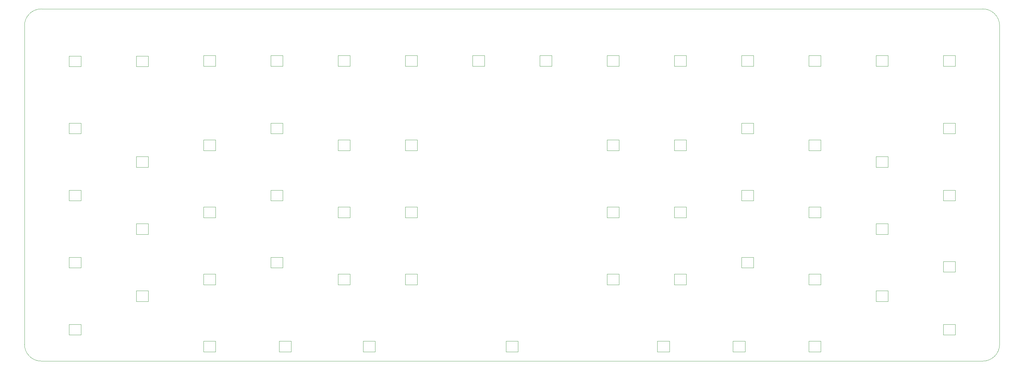
<source format=gbr>
%TF.GenerationSoftware,KiCad,Pcbnew,8.0.3*%
%TF.CreationDate,2024-11-08T10:21:23-08:00*%
%TF.ProjectId,return,72657475-726e-42e6-9b69-6361645f7063,rev?*%
%TF.SameCoordinates,Original*%
%TF.FileFunction,Profile,NP*%
%FSLAX46Y46*%
G04 Gerber Fmt 4.6, Leading zero omitted, Abs format (unit mm)*
G04 Created by KiCad (PCBNEW 8.0.3) date 2024-11-08 10:21:23*
%MOMM*%
%LPD*%
G01*
G04 APERTURE LIST*
%TA.AperFunction,Profile*%
%ADD10C,0.050000*%
%TD*%
%TA.AperFunction,Profile*%
%ADD11C,0.120000*%
%TD*%
G04 APERTURE END LIST*
D10*
X-4762500Y-4762500D02*
G75*
G02*
X0Y0I4762500J0D01*
G01*
X266700000Y0D02*
X0Y0D01*
X266700000Y0D02*
G75*
G02*
X271462500Y-4762500I0J-4762500D01*
G01*
X0Y-100012500D02*
X266700000Y-100012500D01*
X-4762500Y-4762500D02*
X-4762500Y-95250000D01*
X0Y-100012500D02*
G75*
G02*
X-4762500Y-95250000I0J4762500D01*
G01*
X271462500Y-95250000D02*
G75*
G02*
X266700000Y-100012500I-4762500J0D01*
G01*
X271468200Y-4763550D02*
X271468200Y-95251050D01*
D11*
%TO.C,LED59*%
X236430000Y-61009125D02*
X239830000Y-61009125D01*
X236430000Y-64009125D02*
X236430000Y-61009125D01*
X239830000Y-61009125D02*
X239830000Y-64009125D01*
X239830000Y-64009125D02*
X236430000Y-64009125D01*
%TO.C,LED0*%
X255480400Y-13228450D02*
X258880400Y-13228450D01*
X255480400Y-16228450D02*
X255480400Y-13228450D01*
X258880400Y-13228450D02*
X258880400Y-16228450D01*
X258880400Y-16228450D02*
X255480400Y-16228450D01*
%TO.C,LED34*%
X103077200Y-75296925D02*
X106477200Y-75296925D01*
X103077200Y-78296925D02*
X103077200Y-75296925D01*
X106477200Y-75296925D02*
X106477200Y-78296925D01*
X106477200Y-78296925D02*
X103077200Y-78296925D01*
%TO.C,LED63*%
X236430000Y-41958725D02*
X239830000Y-41958725D01*
X236430000Y-44958725D02*
X236430000Y-41958725D01*
X239830000Y-41958725D02*
X239830000Y-44958725D01*
X239830000Y-44958725D02*
X236430000Y-44958725D01*
%TO.C,LED39*%
X45926000Y-94347325D02*
X49326000Y-94347325D01*
X45926000Y-97347325D02*
X45926000Y-94347325D01*
X49326000Y-94347325D02*
X49326000Y-97347325D01*
X49326000Y-97347325D02*
X45926000Y-97347325D01*
%TO.C,LED31*%
X45926000Y-75296925D02*
X49326000Y-75296925D01*
X45926000Y-78296925D02*
X45926000Y-75296925D01*
X49326000Y-75296925D02*
X49326000Y-78296925D01*
X49326000Y-78296925D02*
X45926000Y-78296925D01*
%TO.C,LED30*%
X26875600Y-80059525D02*
X30275600Y-80059525D01*
X26875600Y-83059525D02*
X26875600Y-80059525D01*
X30275600Y-80059525D02*
X30275600Y-83059525D01*
X30275600Y-83059525D02*
X26875600Y-83059525D01*
%TO.C,LED20*%
X103077200Y-37196125D02*
X106477200Y-37196125D01*
X103077200Y-40196125D02*
X103077200Y-37196125D01*
X106477200Y-37196125D02*
X106477200Y-40196125D01*
X106477200Y-40196125D02*
X103077200Y-40196125D01*
%TO.C,LED40*%
X7825200Y-89584725D02*
X11225200Y-89584725D01*
X7825200Y-92584725D02*
X7825200Y-89584725D01*
X11225200Y-89584725D02*
X11225200Y-92584725D01*
X11225200Y-92584725D02*
X7825200Y-92584725D01*
%TO.C,LED32*%
X64976400Y-70534325D02*
X68376400Y-70534325D01*
X64976400Y-73534325D02*
X64976400Y-70534325D01*
X68376400Y-70534325D02*
X68376400Y-73534325D01*
X68376400Y-73534325D02*
X64976400Y-73534325D01*
%TO.C,LED48*%
X217379600Y-75296925D02*
X220779600Y-75296925D01*
X217379600Y-78296925D02*
X217379600Y-75296925D01*
X220779600Y-75296925D02*
X220779600Y-78296925D01*
X220779600Y-78296925D02*
X217379600Y-78296925D01*
%TO.C,LED45*%
X255480400Y-89584725D02*
X258880400Y-89584725D01*
X255480400Y-92584725D02*
X255480400Y-89584725D01*
X258880400Y-89584725D02*
X258880400Y-92584725D01*
X258880400Y-92584725D02*
X255480400Y-92584725D01*
%TO.C,LED37*%
X91170700Y-94347325D02*
X94570700Y-94347325D01*
X91170700Y-97347325D02*
X91170700Y-94347325D01*
X94570700Y-94347325D02*
X94570700Y-97347325D01*
X94570700Y-97347325D02*
X91170700Y-97347325D01*
%TO.C,LED67*%
X198329200Y-32433525D02*
X201729200Y-32433525D01*
X198329200Y-35433525D02*
X198329200Y-32433525D01*
X201729200Y-32433525D02*
X201729200Y-35433525D01*
X201729200Y-35433525D02*
X198329200Y-35433525D01*
%TO.C,LED43*%
X195947900Y-94347325D02*
X199347900Y-94347325D01*
X195947900Y-97347325D02*
X195947900Y-94347325D01*
X199347900Y-94347325D02*
X199347900Y-97347325D01*
X199347900Y-97347325D02*
X195947900Y-97347325D01*
%TO.C,LED13*%
X26875600Y-13383125D02*
X30275600Y-13383125D01*
X26875600Y-16383125D02*
X26875600Y-13383125D01*
X30275600Y-13383125D02*
X30275600Y-16383125D01*
X30275600Y-16383125D02*
X26875600Y-16383125D01*
%TO.C,LED11*%
X64976400Y-13228450D02*
X68376400Y-13228450D01*
X64976400Y-16228450D02*
X64976400Y-13228450D01*
X68376400Y-13228450D02*
X68376400Y-16228450D01*
X68376400Y-16228450D02*
X64976400Y-16228450D01*
%TO.C,LED61*%
X255480400Y-32433525D02*
X258880400Y-32433525D01*
X255480400Y-35433525D02*
X255480400Y-32433525D01*
X258880400Y-32433525D02*
X258880400Y-35433525D01*
X258880400Y-35433525D02*
X255480400Y-35433525D01*
%TO.C,LED4*%
X198329200Y-13228450D02*
X201729200Y-13228450D01*
X198329200Y-16228450D02*
X198329200Y-13228450D01*
X201729200Y-13228450D02*
X201729200Y-16228450D01*
X201729200Y-16228450D02*
X198329200Y-16228450D01*
%TO.C,LED23*%
X103077200Y-56246525D02*
X106477200Y-56246525D01*
X103077200Y-59246525D02*
X103077200Y-56246525D01*
X106477200Y-56246525D02*
X106477200Y-59246525D01*
X106477200Y-59246525D02*
X103077200Y-59246525D01*
%TO.C,LED29*%
X7825200Y-70534325D02*
X11225200Y-70534325D01*
X7825200Y-73534325D02*
X7825200Y-70534325D01*
X11225200Y-70534325D02*
X11225200Y-73534325D01*
X11225200Y-73534325D02*
X7825200Y-73534325D01*
%TO.C,LED17*%
X45926000Y-37196125D02*
X49326000Y-37196125D01*
X45926000Y-40196125D02*
X45926000Y-37196125D01*
X49326000Y-37196125D02*
X49326000Y-40196125D01*
X49326000Y-40196125D02*
X45926000Y-40196125D01*
%TO.C,LED53*%
X160228400Y-75296925D02*
X163628400Y-75296925D01*
X160228400Y-78296925D02*
X160228400Y-75296925D01*
X163628400Y-75296925D02*
X163628400Y-78296925D01*
X163628400Y-78296925D02*
X160228400Y-78296925D01*
%TO.C,LED51*%
X198329200Y-70534325D02*
X201729200Y-70534325D01*
X198329200Y-73534325D02*
X198329200Y-70534325D01*
X201729200Y-70534325D02*
X201729200Y-73534325D01*
X201729200Y-73534325D02*
X198329200Y-73534325D01*
%TO.C,LED7*%
X141178000Y-13228450D02*
X144578000Y-13228450D01*
X141178000Y-16228450D02*
X141178000Y-13228450D01*
X144578000Y-13228450D02*
X144578000Y-16228450D01*
X144578000Y-16228450D02*
X141178000Y-16228450D01*
%TO.C,LED19*%
X84026800Y-37196125D02*
X87426800Y-37196125D01*
X84026800Y-40196125D02*
X84026800Y-37196125D01*
X87426800Y-37196125D02*
X87426800Y-40196125D01*
X87426800Y-40196125D02*
X84026800Y-40196125D01*
%TO.C,LED26*%
X45926000Y-56246525D02*
X49326000Y-56246525D01*
X45926000Y-59246525D02*
X45926000Y-56246525D01*
X49326000Y-56246525D02*
X49326000Y-59246525D01*
X49326000Y-59246525D02*
X45926000Y-59246525D01*
%TO.C,LED57*%
X217379600Y-56246525D02*
X220779600Y-56246525D01*
X217379600Y-59246525D02*
X217379600Y-56246525D01*
X220779600Y-56246525D02*
X220779600Y-59246525D01*
X220779600Y-59246525D02*
X217379600Y-59246525D01*
%TO.C,LED47*%
X236430000Y-80059525D02*
X239830000Y-80059525D01*
X236430000Y-83059525D02*
X236430000Y-80059525D01*
X239830000Y-80059525D02*
X239830000Y-83059525D01*
X239830000Y-83059525D02*
X236430000Y-83059525D01*
%TO.C,LED54*%
X160228400Y-56246525D02*
X163628400Y-56246525D01*
X160228400Y-59246525D02*
X160228400Y-56246525D01*
X163628400Y-56246525D02*
X163628400Y-59246525D01*
X163628400Y-59246525D02*
X160228400Y-59246525D01*
%TO.C,LED3*%
X217379600Y-13228450D02*
X220779600Y-13228450D01*
X217379600Y-16228450D02*
X217379600Y-13228450D01*
X220779600Y-13228450D02*
X220779600Y-16228450D01*
X220779600Y-16228450D02*
X217379600Y-16228450D01*
%TO.C,LED10*%
X84026800Y-13228450D02*
X87426800Y-13228450D01*
X84026800Y-16228450D02*
X84026800Y-13228450D01*
X87426800Y-13228450D02*
X87426800Y-16228450D01*
X87426800Y-16228450D02*
X84026800Y-16228450D01*
%TO.C,LED66*%
X217379600Y-37196125D02*
X220779600Y-37196125D01*
X217379600Y-40196125D02*
X217379600Y-37196125D01*
X220779600Y-37196125D02*
X220779600Y-40196125D01*
X220779600Y-40196125D02*
X217379600Y-40196125D01*
%TO.C,LED70*%
X160228400Y-37196125D02*
X163628400Y-37196125D01*
X160228400Y-40196125D02*
X160228400Y-37196125D01*
X163628400Y-37196125D02*
X163628400Y-40196125D01*
X163628400Y-40196125D02*
X160228400Y-40196125D01*
%TO.C,LED46*%
X255480400Y-71724975D02*
X258880400Y-71724975D01*
X255480400Y-74724975D02*
X255480400Y-71724975D01*
X258880400Y-71724975D02*
X258880400Y-74724975D01*
X258880400Y-74724975D02*
X255480400Y-74724975D01*
%TO.C,LED9*%
X103077200Y-13228450D02*
X106477200Y-13228450D01*
X103077200Y-16228450D02*
X103077200Y-13228450D01*
X106477200Y-13228450D02*
X106477200Y-16228450D01*
X106477200Y-16228450D02*
X103077200Y-16228450D01*
%TO.C,LED2*%
X236430000Y-13228450D02*
X239830000Y-13228450D01*
X236430000Y-16228450D02*
X236430000Y-13228450D01*
X239830000Y-13228450D02*
X239830000Y-16228450D01*
X239830000Y-16228450D02*
X236430000Y-16228450D01*
%TO.C,LED27*%
X26875600Y-61009125D02*
X30275600Y-61009125D01*
X26875600Y-64009125D02*
X26875600Y-61009125D01*
X30275600Y-61009125D02*
X30275600Y-64009125D01*
X30275600Y-64009125D02*
X26875600Y-64009125D01*
%TO.C,LED42*%
X174516200Y-94347325D02*
X177916200Y-94347325D01*
X174516200Y-97347325D02*
X174516200Y-94347325D01*
X177916200Y-94347325D02*
X177916200Y-97347325D01*
X177916200Y-97347325D02*
X174516200Y-97347325D01*
%TO.C,LED5*%
X179278800Y-13228450D02*
X182678800Y-13228450D01*
X179278800Y-16228450D02*
X179278800Y-13228450D01*
X182678800Y-13228450D02*
X182678800Y-16228450D01*
X182678800Y-16228450D02*
X179278800Y-16228450D01*
%TO.C,LED41*%
X131652800Y-94347325D02*
X135052800Y-94347325D01*
X131652800Y-97347325D02*
X131652800Y-94347325D01*
X135052800Y-94347325D02*
X135052800Y-97347325D01*
X135052800Y-97347325D02*
X131652800Y-97347325D01*
%TO.C,LED16*%
X26875600Y-41958725D02*
X30275600Y-41958725D01*
X26875600Y-44958725D02*
X26875600Y-41958725D01*
X30275600Y-41958725D02*
X30275600Y-44958725D01*
X30275600Y-44958725D02*
X26875600Y-44958725D01*
%TO.C,LED55*%
X179278800Y-56246525D02*
X182678800Y-56246525D01*
X179278800Y-59246525D02*
X179278800Y-56246525D01*
X182678800Y-56246525D02*
X182678800Y-59246525D01*
X182678800Y-59246525D02*
X179278800Y-59246525D01*
%TO.C,LED15*%
X7825200Y-32433525D02*
X11225200Y-32433525D01*
X7825200Y-35433525D02*
X7825200Y-32433525D01*
X11225200Y-32433525D02*
X11225200Y-35433525D01*
X11225200Y-35433525D02*
X7825200Y-35433525D01*
%TO.C,LED60*%
X255480400Y-51483925D02*
X258880400Y-51483925D01*
X255480400Y-54483925D02*
X255480400Y-51483925D01*
X258880400Y-51483925D02*
X258880400Y-54483925D01*
X258880400Y-54483925D02*
X255480400Y-54483925D01*
%TO.C,LED12*%
X45926000Y-13228450D02*
X49326000Y-13228450D01*
X45926000Y-16228450D02*
X45926000Y-13228450D01*
X49326000Y-13228450D02*
X49326000Y-16228450D01*
X49326000Y-16228450D02*
X45926000Y-16228450D01*
%TO.C,LED28*%
X7825200Y-51483925D02*
X11225200Y-51483925D01*
X7825200Y-54483925D02*
X7825200Y-51483925D01*
X11225200Y-51483925D02*
X11225200Y-54483925D01*
X11225200Y-54483925D02*
X7825200Y-54483925D01*
%TO.C,LED38*%
X67357700Y-94347325D02*
X70757700Y-94347325D01*
X67357700Y-97347325D02*
X67357700Y-94347325D01*
X70757700Y-94347325D02*
X70757700Y-97347325D01*
X70757700Y-97347325D02*
X67357700Y-97347325D01*
%TO.C,LED24*%
X84026800Y-56246525D02*
X87426800Y-56246525D01*
X84026800Y-59246525D02*
X84026800Y-56246525D01*
X87426800Y-56246525D02*
X87426800Y-59246525D01*
X87426800Y-59246525D02*
X84026800Y-59246525D01*
%TO.C,LED44*%
X217379600Y-94347325D02*
X220779600Y-94347325D01*
X217379600Y-97347325D02*
X217379600Y-94347325D01*
X220779600Y-94347325D02*
X220779600Y-97347325D01*
X220779600Y-97347325D02*
X217379600Y-97347325D01*
%TO.C,LED52*%
X179278800Y-75296925D02*
X182678800Y-75296925D01*
X179278800Y-78296925D02*
X179278800Y-75296925D01*
X182678800Y-75296925D02*
X182678800Y-78296925D01*
X182678800Y-78296925D02*
X179278800Y-78296925D01*
%TO.C,LED14*%
X7825200Y-13383125D02*
X11225200Y-13383125D01*
X7825200Y-16383125D02*
X7825200Y-13383125D01*
X11225200Y-13383125D02*
X11225200Y-16383125D01*
X11225200Y-16383125D02*
X7825200Y-16383125D01*
%TO.C,LED56*%
X198329200Y-51483925D02*
X201729200Y-51483925D01*
X198329200Y-54483925D02*
X198329200Y-51483925D01*
X201729200Y-51483925D02*
X201729200Y-54483925D01*
X201729200Y-54483925D02*
X198329200Y-54483925D01*
%TO.C,LED6*%
X160228400Y-13228450D02*
X163628400Y-13228450D01*
X160228400Y-16228450D02*
X160228400Y-13228450D01*
X163628400Y-13228450D02*
X163628400Y-16228450D01*
X163628400Y-16228450D02*
X160228400Y-16228450D01*
%TO.C,LED25*%
X64976400Y-51483925D02*
X68376400Y-51483925D01*
X64976400Y-54483925D02*
X64976400Y-51483925D01*
X68376400Y-51483925D02*
X68376400Y-54483925D01*
X68376400Y-54483925D02*
X64976400Y-54483925D01*
%TO.C,LED68*%
X179278800Y-37196125D02*
X182678800Y-37196125D01*
X179278800Y-40196125D02*
X179278800Y-37196125D01*
X182678800Y-37196125D02*
X182678800Y-40196125D01*
X182678800Y-40196125D02*
X179278800Y-40196125D01*
%TO.C,LED33*%
X84026800Y-75296925D02*
X87426800Y-75296925D01*
X84026800Y-78296925D02*
X84026800Y-75296925D01*
X87426800Y-75296925D02*
X87426800Y-78296925D01*
X87426800Y-78296925D02*
X84026800Y-78296925D01*
%TO.C,LED8*%
X122127600Y-13228450D02*
X125527600Y-13228450D01*
X122127600Y-16228450D02*
X122127600Y-13228450D01*
X125527600Y-13228450D02*
X125527600Y-16228450D01*
X125527600Y-16228450D02*
X122127600Y-16228450D01*
%TO.C,LED18*%
X64976400Y-32433525D02*
X68376400Y-32433525D01*
X64976400Y-35433525D02*
X64976400Y-32433525D01*
X68376400Y-32433525D02*
X68376400Y-35433525D01*
X68376400Y-35433525D02*
X64976400Y-35433525D01*
%TD*%
M02*

</source>
